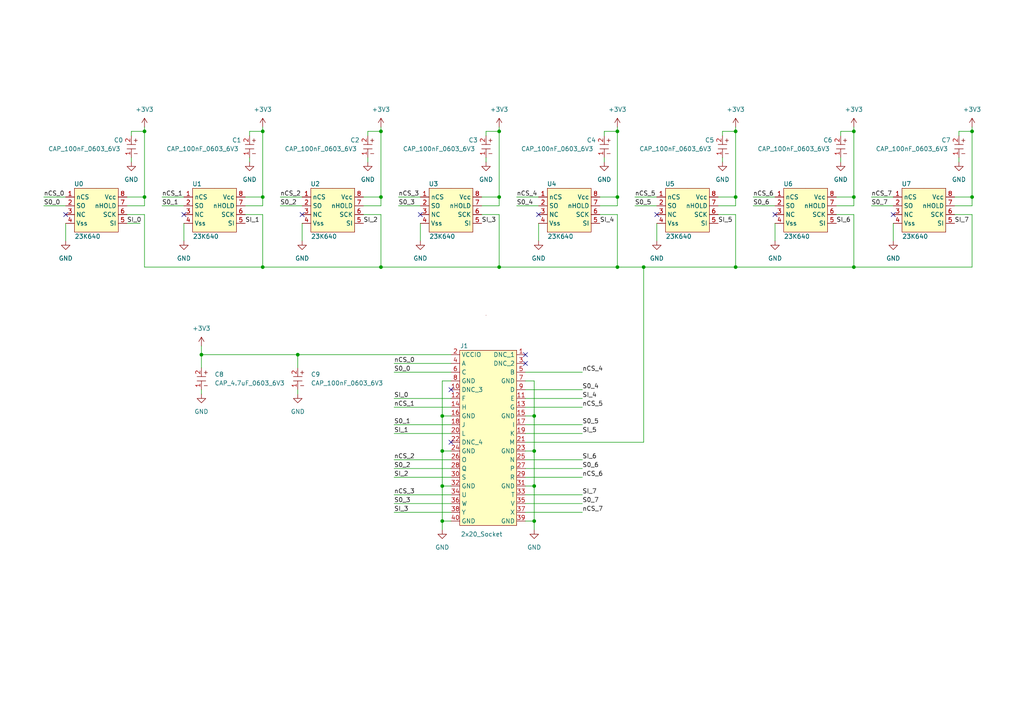
<source format=kicad_sch>
(kicad_sch (version 20211123) (generator eeschema)
  (paper "A4")
  (lib_symbols
    (symbol "23K640:23K640"
      (property "Reference" "U" (at 3.81 3.81 0))
      (property "Value" "23K640" (at 6.35 -11.43 0))
      (symbol "23K640_0_1"
        (rectangle (start 2.54 -10.16) (end 15.24 2.54) (fill (type background)))
        (rectangle (start 8.89 2.54) (end 8.89 2.54))
      )
      (symbol "23K640_1_1"
        (pin input line (at 0 0 0) (length 2.54) (name "nCS") (number "1"))
        (pin output line (at 0 -2.54 0) (length 2.54) (name "SO") (number "2"))
        (pin free line (at 0 -5.08 0) (length 2.54) (name "NC") (number "3"))
        (pin power_in line (at 0 -7.62 0) (length 2.54) (name "Vss") (number "4"))
        (pin input line (at 17.78 -7.62 180) (length 2.54) (name "SI") (number "5"))
        (pin input line (at 17.78 -5.08 180) (length 2.54) (name "SCK") (number "6"))
        (pin input line (at 17.78 -2.54 180) (length 2.54) (name "nHOLD") (number "7"))
        (pin power_in line (at 17.78 0 180) (length 2.54) (name "Vcc") (number "8"))
      )
    )
    (symbol "23K640:2x20_Socket"
      (property "Reference" "J" (at -15.24 2.54 0))
      (property "Value" "2x20_Socket" (at -10.16 -50.8 0))
      (symbol "2x20_Socket_0_1"
        (rectangle (start -19.05 1.27) (end -2.54 -49.53) (fill (type background)))
        (rectangle (start -11.43 11.43) (end -11.43 11.43))
      )
      (symbol "2x20_Socket_1_1"
        (pin free line (at 0 0 180) (length 2.54) (name "DNC_1") (number "1"))
        (pin free line (at -21.59 -10.16 0) (length 2.54) (name "DNC_3") (number "10"))
        (pin bidirectional line (at 0 -12.7 180) (length 2.54) (name "E") (number "11"))
        (pin bidirectional line (at -21.59 -12.7 0) (length 2.54) (name "F") (number "12"))
        (pin bidirectional line (at 0 -15.24 180) (length 2.54) (name "G") (number "13"))
        (pin bidirectional line (at -21.59 -15.24 0) (length 2.54) (name "H") (number "14"))
        (pin power_in line (at 0 -17.78 180) (length 2.54) (name "GND") (number "15"))
        (pin power_in line (at -21.59 -17.78 0) (length 2.54) (name "GND") (number "16"))
        (pin bidirectional line (at 0 -20.32 180) (length 2.54) (name "I") (number "17"))
        (pin bidirectional line (at -21.59 -20.32 0) (length 2.54) (name "J") (number "18"))
        (pin bidirectional line (at 0 -22.86 180) (length 2.54) (name "K") (number "19"))
        (pin bidirectional line (at -21.59 0 0) (length 2.54) (name "VCCIO") (number "2"))
        (pin bidirectional line (at -21.59 -22.86 0) (length 2.54) (name "L") (number "20"))
        (pin bidirectional line (at 0 -25.4 180) (length 2.54) (name "M") (number "21"))
        (pin free line (at -21.59 -25.4 0) (length 2.54) (name "DNC_4") (number "22"))
        (pin power_in line (at 0 -27.94 180) (length 2.54) (name "GND") (number "23"))
        (pin power_in line (at -21.59 -27.94 0) (length 2.54) (name "GND") (number "24"))
        (pin bidirectional line (at 0 -30.48 180) (length 2.54) (name "N") (number "25"))
        (pin bidirectional line (at -21.59 -30.48 0) (length 2.54) (name "O") (number "26"))
        (pin bidirectional line (at 0 -33.02 180) (length 2.54) (name "P") (number "27"))
        (pin bidirectional line (at -21.59 -33.02 0) (length 2.54) (name "Q") (number "28"))
        (pin bidirectional line (at 0 -35.56 180) (length 2.54) (name "R") (number "29"))
        (pin free line (at 0 -2.54 180) (length 2.54) (name "DNC_2") (number "3"))
        (pin bidirectional line (at -21.59 -35.56 0) (length 2.54) (name "S") (number "30"))
        (pin power_in line (at 0 -38.1 180) (length 2.54) (name "GND") (number "31"))
        (pin power_in line (at -21.59 -38.1 0) (length 2.54) (name "GND") (number "32"))
        (pin bidirectional line (at 0 -40.64 180) (length 2.54) (name "T") (number "33"))
        (pin bidirectional line (at -21.59 -40.64 0) (length 2.54) (name "U") (number "34"))
        (pin bidirectional line (at 0 -43.18 180) (length 2.54) (name "V") (number "35"))
        (pin bidirectional line (at -21.59 -43.18 0) (length 2.54) (name "W") (number "36"))
        (pin bidirectional line (at 0 -45.72 180) (length 2.54) (name "X") (number "37"))
        (pin bidirectional line (at -21.59 -45.72 0) (length 2.54) (name "Y") (number "38"))
        (pin power_in line (at 0 -48.26 180) (length 2.54) (name "GND") (number "39"))
        (pin bidirectional line (at -21.59 -2.54 0) (length 2.54) (name "A") (number "4"))
        (pin power_in line (at -21.59 -48.26 0) (length 2.54) (name "GND") (number "40"))
        (pin bidirectional line (at 0 -5.08 180) (length 2.54) (name "B") (number "5"))
        (pin bidirectional line (at -21.59 -5.08 0) (length 2.54) (name "C") (number "6"))
        (pin power_in line (at 0 -7.62 180) (length 2.54) (name "GND") (number "7"))
        (pin power_in line (at -21.59 -7.62 0) (length 2.54) (name "GND") (number "8"))
        (pin bidirectional line (at 0 -10.16 180) (length 2.54) (name "D") (number "9"))
      )
    )
    (symbol "23K640:CAP_100nF_0603_6V3"
      (property "Reference" "C" (at 3.81 3.81 0))
      (property "Value" "CAP_100nF_0603_6V3" (at 13.97 -1.27 0))
      (symbol "CAP_100nF_0603_6V3_0_0"
        (text "+" (at 1.27 2.54 0) (effects (font (size 1.27 1.27))))
        (text "-" (at 1.27 -1.27 0) (effects (font (size 1.27 1.27))))
      )
      (symbol "CAP_100nF_0603_6V3_0_1"
        (rectangle (start -1.27 0) (end 1.27 0))
        (rectangle (start -1.27 1.27) (end 1.27 1.27))
      )
      (symbol "CAP_100nF_0603_6V3_1_1"
        (pin power_in line (at 0 -2.54 90) (length 2.54) (name "") (number "1"))
        (pin power_in line (at 0 3.81 270) (length 2.54) (name "") (number "2"))
      )
    )
    (symbol "23K640:CAP_4.7uF_0603_6V3"
      (property "Reference" "C" (at 3.81 3.81 0))
      (property "Value" "CAP_4.7uF_0603_6V3" (at 12.7 -1.27 0))
      (symbol "CAP_4.7uF_0603_6V3_0_0"
        (rectangle (start -1.27 0) (end 1.27 0))
        (rectangle (start -1.27 1.27) (end 1.27 1.27))
        (text "+" (at 1.27 2.54 0) (effects (font (size 1.27 1.27))))
        (text "-" (at 1.27 -1.27 0) (effects (font (size 1.27 1.27))))
      )
      (symbol "CAP_4.7uF_0603_6V3_1_1"
        (pin power_in line (at 0 -2.54 90) (length 2.54) (name "") (number "1"))
        (pin power_in line (at 0 3.81 270) (length 2.54) (name "") (number "2"))
      )
    )
    (symbol "power:+3V3" (power) (pin_names (offset 0))
      (property "Value" "+3V3" (at 0 3.556 0))
      (symbol "+3V3_0_1"
        (polyline (pts (xy -0.762 1.27) (xy 0 2.54)))
        (polyline (pts (xy 0 0) (xy 0 2.54)))
        (polyline (pts (xy 0 2.54) (xy 0.762 1.27)))
      )
      (symbol "+3V3_1_1"
        (pin power_in line (at 0 0 90) (length 0) hide (name "+3V3") (number "1"))
      )
    )
    (symbol "power:GND" (power) (pin_names (offset 0))
      (property "Value" "GND" (at 0 -3.81 0))
      (symbol "GND_0_1"
        (polyline (pts (xy 0 0) (xy 0 -1.27) (xy 1.27 -1.27) (xy 0 -2.54) (xy -1.27 -1.27) (xy 0 -1.27)))
      )
      (symbol "GND_1_1"
        (pin power_in line (at 0 0 270) (length 0) hide (name "GND") (number "1"))
      )
    )
  )
  (junction (at 144.78 38.1))
  (junction (at 76.2 77.47))
  (junction (at 186.69 77.47))
  (junction (at 213.36 38.1))
  (junction (at 110.49 57.15))
  (junction (at 86.36 102.87))
  (junction (at 144.78 57.15))
  (junction (at 154.94 130.81))
  (junction (at 213.36 57.15))
  (junction (at 128.27 151.13))
  (junction (at 213.36 77.47))
  (junction (at 179.07 57.15))
  (junction (at 247.65 57.15))
  (junction (at 179.07 38.1))
  (junction (at 144.78 77.47))
  (junction (at 179.07 77.47))
  (junction (at 154.94 140.97))
  (junction (at 128.27 140.97))
  (junction (at 76.2 38.1))
  (junction (at 281.94 57.15))
  (junction (at 41.91 57.15))
  (junction (at 58.42 102.87))
  (junction (at 247.65 77.47))
  (junction (at 41.91 38.1))
  (junction (at 128.27 130.81))
  (junction (at 128.27 120.65))
  (junction (at 281.94 38.1))
  (junction (at 76.2 57.15))
  (junction (at 247.65 38.1))
  (junction (at 154.94 120.65))
  (junction (at 110.49 38.1))
  (junction (at 154.94 151.13))
  (junction (at 110.49 77.47))
  (no_connect (at 19.05 62.23))
  (no_connect (at 53.34 62.23))
  (no_connect (at 152.4 105.41))
  (no_connect (at 224.79 62.23))
  (no_connect (at 130.81 113.03))
  (no_connect (at 190.5 62.23))
  (no_connect (at 121.92 62.23))
  (no_connect (at 156.21 62.23))
  (no_connect (at 130.81 128.27))
  (no_connect (at 152.4 102.87))
  (no_connect (at 259.08 62.23))
  (no_connect (at 87.63 62.23))
  (wire (pts (xy 252.73 59.69) (xy 259.08 59.69)))
  (wire (pts (xy 105.41 59.69) (xy 110.49 59.69)))
  (wire (pts (xy 105.41 62.23) (xy 110.49 62.23)))
  (wire (pts (xy 114.3 148.59) (xy 130.81 148.59)))
  (wire (pts (xy 106.68 45.72) (xy 106.68 46.99)))
  (wire (pts (xy 154.94 130.81) (xy 154.94 140.97)))
  (wire (pts (xy 106.68 38.1) (xy 110.49 38.1)))
  (wire (pts (xy 156.21 64.77) (xy 156.21 69.85)))
  (wire (pts (xy 106.68 39.37) (xy 106.68 38.1)))
  (wire (pts (xy 281.94 62.23) (xy 281.94 77.47)))
  (wire (pts (xy 86.36 102.87) (xy 86.36 106.68)))
  (wire (pts (xy 242.57 62.23) (xy 247.65 62.23)))
  (wire (pts (xy 152.4 143.51) (xy 168.91 143.51)))
  (wire (pts (xy 152.4 125.73) (xy 168.91 125.73)))
  (wire (pts (xy 175.26 38.1) (xy 179.07 38.1)))
  (wire (pts (xy 110.49 77.47) (xy 76.2 77.47)))
  (wire (pts (xy 152.4 146.05) (xy 168.91 146.05)))
  (wire (pts (xy 173.99 62.23) (xy 179.07 62.23)))
  (wire (pts (xy 209.55 39.37) (xy 209.55 38.1)))
  (wire (pts (xy 38.1 39.37) (xy 38.1 38.1)))
  (wire (pts (xy 114.3 123.19) (xy 130.81 123.19)))
  (wire (pts (xy 121.92 57.15) (xy 115.57 57.15)))
  (wire (pts (xy 128.27 140.97) (xy 128.27 151.13)))
  (wire (pts (xy 130.81 110.49) (xy 128.27 110.49)))
  (wire (pts (xy 243.84 39.37) (xy 243.84 38.1)))
  (wire (pts (xy 41.91 62.23) (xy 41.91 77.47)))
  (wire (pts (xy 247.65 77.47) (xy 213.36 77.47)))
  (wire (pts (xy 58.42 100.33) (xy 58.42 102.87)))
  (wire (pts (xy 281.94 38.1) (xy 281.94 36.83)))
  (wire (pts (xy 243.84 38.1) (xy 247.65 38.1)))
  (wire (pts (xy 186.69 128.27) (xy 186.69 77.47)))
  (wire (pts (xy 115.57 59.69) (xy 121.92 59.69)))
  (wire (pts (xy 278.13 45.72) (xy 278.13 46.99)))
  (wire (pts (xy 184.15 59.69) (xy 190.5 59.69)))
  (wire (pts (xy 139.7 59.69) (xy 144.78 59.69)))
  (wire (pts (xy 114.3 118.11) (xy 130.81 118.11)))
  (wire (pts (xy 38.1 38.1) (xy 41.91 38.1)))
  (wire (pts (xy 36.83 59.69) (xy 41.91 59.69)))
  (wire (pts (xy 128.27 110.49) (xy 128.27 120.65)))
  (wire (pts (xy 139.7 62.23) (xy 144.78 62.23)))
  (wire (pts (xy 41.91 38.1) (xy 41.91 36.83)))
  (wire (pts (xy 152.4 148.59) (xy 168.91 148.59)))
  (wire (pts (xy 121.92 64.77) (xy 121.92 69.85)))
  (wire (pts (xy 179.07 59.69) (xy 179.07 57.15)))
  (wire (pts (xy 110.49 57.15) (xy 105.41 57.15)))
  (wire (pts (xy 114.3 115.57) (xy 130.81 115.57)))
  (wire (pts (xy 130.81 140.97) (xy 128.27 140.97)))
  (wire (pts (xy 41.91 59.69) (xy 41.91 57.15)))
  (wire (pts (xy 154.94 120.65) (xy 154.94 130.81)))
  (wire (pts (xy 276.86 62.23) (xy 281.94 62.23)))
  (wire (pts (xy 114.3 146.05) (xy 130.81 146.05)))
  (wire (pts (xy 110.49 62.23) (xy 110.49 77.47)))
  (wire (pts (xy 36.83 62.23) (xy 41.91 62.23)))
  (wire (pts (xy 128.27 130.81) (xy 128.27 140.97)))
  (wire (pts (xy 76.2 59.69) (xy 76.2 57.15)))
  (wire (pts (xy 152.4 107.95) (xy 168.91 107.95)))
  (wire (pts (xy 152.4 120.65) (xy 154.94 120.65)))
  (wire (pts (xy 184.15 57.15) (xy 190.5 57.15)))
  (wire (pts (xy 276.86 57.15) (xy 281.94 57.15)))
  (wire (pts (xy 156.21 57.15) (xy 149.86 57.15)))
  (wire (pts (xy 152.4 115.57) (xy 168.91 115.57)))
  (wire (pts (xy 276.86 59.69) (xy 281.94 59.69)))
  (wire (pts (xy 208.28 62.23) (xy 213.36 62.23)))
  (wire (pts (xy 281.94 59.69) (xy 281.94 57.15)))
  (wire (pts (xy 58.42 113.03) (xy 58.42 114.3)))
  (wire (pts (xy 209.55 38.1) (xy 213.36 38.1)))
  (wire (pts (xy 278.13 38.1) (xy 281.94 38.1)))
  (wire (pts (xy 72.39 38.1) (xy 76.2 38.1)))
  (wire (pts (xy 278.13 39.37) (xy 278.13 38.1)))
  (wire (pts (xy 247.65 59.69) (xy 247.65 57.15)))
  (wire (pts (xy 152.4 138.43) (xy 168.91 138.43)))
  (wire (pts (xy 41.91 57.15) (xy 41.91 38.1)))
  (wire (pts (xy 152.4 151.13) (xy 154.94 151.13)))
  (wire (pts (xy 218.44 57.15) (xy 224.79 57.15)))
  (wire (pts (xy 144.78 59.69) (xy 144.78 57.15)))
  (wire (pts (xy 86.36 102.87) (xy 130.81 102.87)))
  (wire (pts (xy 36.83 57.15) (xy 41.91 57.15)))
  (wire (pts (xy 152.4 128.27) (xy 186.69 128.27)))
  (wire (pts (xy 213.36 59.69) (xy 213.36 57.15)))
  (wire (pts (xy 76.2 57.15) (xy 71.12 57.15)))
  (wire (pts (xy 152.4 133.35) (xy 168.91 133.35)))
  (wire (pts (xy 152.4 118.11) (xy 168.91 118.11)))
  (wire (pts (xy 87.63 64.77) (xy 87.63 69.85)))
  (wire (pts (xy 179.07 77.47) (xy 186.69 77.47)))
  (wire (pts (xy 154.94 151.13) (xy 154.94 153.67)))
  (wire (pts (xy 144.78 77.47) (xy 110.49 77.47)))
  (wire (pts (xy 213.36 62.23) (xy 213.36 77.47)))
  (wire (pts (xy 209.55 45.72) (xy 209.55 46.99)))
  (wire (pts (xy 213.36 38.1) (xy 213.36 36.83)))
  (wire (pts (xy 259.08 64.77) (xy 259.08 69.85)))
  (wire (pts (xy 130.81 120.65) (xy 128.27 120.65)))
  (wire (pts (xy 114.3 143.51) (xy 130.81 143.51)))
  (wire (pts (xy 152.4 140.97) (xy 154.94 140.97)))
  (wire (pts (xy 213.36 57.15) (xy 213.36 38.1)))
  (wire (pts (xy 130.81 130.81) (xy 128.27 130.81)))
  (wire (pts (xy 86.36 113.03) (xy 86.36 114.3)))
  (wire (pts (xy 128.27 151.13) (xy 128.27 153.67)))
  (wire (pts (xy 152.4 130.81) (xy 154.94 130.81)))
  (wire (pts (xy 179.07 36.83) (xy 179.07 38.1)))
  (wire (pts (xy 114.3 105.41) (xy 130.81 105.41)))
  (wire (pts (xy 186.69 77.47) (xy 213.36 77.47)))
  (wire (pts (xy 224.79 64.77) (xy 224.79 69.85)))
  (wire (pts (xy 71.12 59.69) (xy 76.2 59.69)))
  (wire (pts (xy 173.99 59.69) (xy 179.07 59.69)))
  (wire (pts (xy 281.94 57.15) (xy 281.94 38.1)))
  (wire (pts (xy 243.84 45.72) (xy 243.84 46.99)))
  (wire (pts (xy 53.34 57.15) (xy 46.99 57.15)))
  (wire (pts (xy 247.65 38.1) (xy 247.65 36.83)))
  (wire (pts (xy 152.4 113.03) (xy 168.91 113.03)))
  (wire (pts (xy 38.1 45.72) (xy 38.1 46.99)))
  (wire (pts (xy 144.78 57.15) (xy 144.78 38.1)))
  (wire (pts (xy 72.39 39.37) (xy 72.39 38.1)))
  (wire (pts (xy 179.07 62.23) (xy 179.07 77.47)))
  (wire (pts (xy 114.3 107.95) (xy 130.81 107.95)))
  (wire (pts (xy 76.2 62.23) (xy 76.2 77.47)))
  (wire (pts (xy 252.73 57.15) (xy 259.08 57.15)))
  (wire (pts (xy 179.07 77.47) (xy 144.78 77.47)))
  (wire (pts (xy 81.28 59.69) (xy 87.63 59.69)))
  (wire (pts (xy 19.05 64.77) (xy 19.05 69.85)))
  (wire (pts (xy 152.4 135.89) (xy 168.91 135.89)))
  (wire (pts (xy 130.81 151.13) (xy 128.27 151.13)))
  (wire (pts (xy 58.42 102.87) (xy 58.42 106.68)))
  (wire (pts (xy 81.28 57.15) (xy 87.63 57.15)))
  (wire (pts (xy 76.2 38.1) (xy 76.2 57.15)))
  (wire (pts (xy 179.07 57.15) (xy 173.99 57.15)))
  (wire (pts (xy 281.94 77.47) (xy 247.65 77.47)))
  (wire (pts (xy 41.91 77.47) (xy 76.2 77.47)))
  (wire (pts (xy 242.57 57.15) (xy 247.65 57.15)))
  (wire (pts (xy 208.28 59.69) (xy 213.36 59.69)))
  (wire (pts (xy 154.94 140.97) (xy 154.94 151.13)))
  (wire (pts (xy 12.7 59.69) (xy 19.05 59.69)))
  (wire (pts (xy 154.94 110.49) (xy 154.94 120.65)))
  (wire (pts (xy 152.4 110.49) (xy 154.94 110.49)))
  (wire (pts (xy 144.78 62.23) (xy 144.78 77.47)))
  (wire (pts (xy 242.57 59.69) (xy 247.65 59.69)))
  (wire (pts (xy 110.49 36.83) (xy 110.49 38.1)))
  (wire (pts (xy 46.99 59.69) (xy 53.34 59.69)))
  (wire (pts (xy 139.7 57.15) (xy 144.78 57.15)))
  (wire (pts (xy 128.27 120.65) (xy 128.27 130.81)))
  (wire (pts (xy 175.26 45.72) (xy 175.26 46.99)))
  (wire (pts (xy 218.44 59.69) (xy 224.79 59.69)))
  (wire (pts (xy 72.39 45.72) (xy 72.39 46.99)))
  (wire (pts (xy 152.4 123.19) (xy 168.91 123.19)))
  (wire (pts (xy 114.3 133.35) (xy 130.81 133.35)))
  (wire (pts (xy 140.97 38.1) (xy 144.78 38.1)))
  (wire (pts (xy 208.28 57.15) (xy 213.36 57.15)))
  (wire (pts (xy 247.65 62.23) (xy 247.65 77.47)))
  (wire (pts (xy 110.49 59.69) (xy 110.49 57.15)))
  (wire (pts (xy 110.49 38.1) (xy 110.49 57.15)))
  (wire (pts (xy 114.3 125.73) (xy 130.81 125.73)))
  (wire (pts (xy 76.2 62.23) (xy 71.12 62.23)))
  (wire (pts (xy 114.3 138.43) (xy 130.81 138.43)))
  (wire (pts (xy 140.97 45.72) (xy 140.97 46.99)))
  (wire (pts (xy 247.65 57.15) (xy 247.65 38.1)))
  (wire (pts (xy 144.78 38.1) (xy 144.78 36.83)))
  (wire (pts (xy 58.42 102.87) (xy 86.36 102.87)))
  (wire (pts (xy 12.7 57.15) (xy 19.05 57.15)))
  (wire (pts (xy 190.5 64.77) (xy 190.5 69.85)))
  (wire (pts (xy 149.86 59.69) (xy 156.21 59.69)))
  (wire (pts (xy 53.34 64.77) (xy 53.34 69.85)))
  (wire (pts (xy 36.83 64.77) (xy 40.64 64.77)))
  (wire (pts (xy 175.26 39.37) (xy 175.26 38.1)))
  (wire (pts (xy 76.2 36.83) (xy 76.2 38.1)))
  (wire (pts (xy 179.07 38.1) (xy 179.07 57.15)))
  (wire (pts (xy 114.3 135.89) (xy 130.81 135.89)))
  (wire (pts (xy 140.97 39.37) (xy 140.97 38.1)))
  (label "S0_3" (at 115.57 59.69 0))
  (label "nCS_6" (at 218.44 57.15 0))
  (label "SI_1" (at 114.3 125.73 0))
  (label "nCS_6" (at 168.91 138.43 0))
  (label "nCS_7" (at 252.73 57.15 0))
  (label "SI_4" (at 173.99 64.77 0))
  (label "nCS_2" (at 81.28 57.15 0))
  (label "nCS_5" (at 184.15 57.15 0))
  (label "nCS_2" (at 114.3 133.35 0))
  (label "SI_6" (at 242.57 64.77 0))
  (label "SI_7" (at 168.91 143.51 0))
  (label "SI_5" (at 208.28 64.77 0))
  (label "SI_0" (at 36.83 64.77 0))
  (label "SI_4" (at 168.91 115.57 0))
  (label "S0_5" (at 184.15 59.69 0))
  (label "SI_7" (at 276.86 64.77 0))
  (label "S0_1" (at 114.3 123.19 0))
  (label "S0_0" (at 114.3 107.95 0))
  (label "nCS_1" (at 46.99 57.15 0))
  (label "nCS_5" (at 168.91 118.11 0))
  (label "SI_6" (at 168.91 133.35 0))
  (label "S0_6" (at 218.44 59.69 0))
  (label "S0_7" (at 168.91 146.05 0))
  (label "S0_7" (at 252.73 59.69 0))
  (label "nCS_4" (at 168.91 107.95 0))
  (label "S0_2" (at 114.3 135.89 0))
  (label "nCS_0" (at 114.3 105.41 0))
  (label "S0_5" (at 168.91 123.19 0))
  (label "S0_2" (at 81.28 59.69 0))
  (label "S0_4" (at 149.86 59.69 0))
  (label "S0_4" (at 168.91 113.03 0))
  (label "SI_5" (at 168.91 125.73 0))
  (label "nCS_0" (at 12.7 57.15 0))
  (label "SI_0" (at 114.3 115.57 0))
  (label "SI_3" (at 114.3 148.59 0))
  (label "S0_0" (at 12.7 59.69 0))
  (label "S0_6" (at 168.91 135.89 0))
  (label "S0_3" (at 114.3 146.05 0))
  (label "SI_2" (at 114.3 138.43 0))
  (label "nCS_3" (at 115.57 57.15 0))
  (label "SI_3" (at 139.7 64.77 0))
  (label "SI_1" (at 71.12 64.77 0))
  (label "S0_1" (at 46.99 59.69 0))
  (label "nCS_7" (at 168.91 148.59 0))
  (label "nCS_4" (at 149.86 57.15 0))
  (label "nCS_1" (at 114.3 118.11 0))
  (label "SI_2" (at 105.41 64.77 0))
  (label "nCS_3" (at 114.3 143.51 0))
  (symbol (lib_id "power:GND") (at 19.05 69.85 0) (unit 1)
    (property "Reference" "#PWR0112" (effects hide))
    (property "Value" "GND" (at 19.05 74.93 0))
  )
  (symbol (lib_id "power:GND") (at 38.1 46.99 0) (unit 1)
    (property "Reference" "#PWR0110" (effects hide))
    (property "Value" "GND" (at 38.1 52.07 0))
  )
  (symbol (lib_id "23K640:CAP_100nF_0603_6V3") (at 72.39 43.18 0) (unit 1)
    (property "Reference" "C1" (at 67.31 40.64 0) (effects (justify left)))
    (property "Value" "CAP_100nF_0603_6V3" (at 48.26 43.18 0) (effects (justify left)))
    (property "Footprint" "23K640:0603" (effects hide))
  )
  (symbol (lib_id "power:GND") (at 154.94 153.67 0) (unit 1)
    (property "Reference" "#PWR0108" (effects hide))
    (property "Value" "GND" (at 154.94 158.75 0))
  )
  (symbol (lib_id "23K640:CAP_100nF_0603_6V3") (at 209.55 43.18 0) (unit 1)
    (property "Reference" "C5" (at 204.47 40.64 0) (effects (justify left)))
    (property "Value" "CAP_100nF_0603_6V3" (at 185.42 43.18 0) (effects (justify left)))
    (property "Footprint" "23K640:0603" (effects hide))
  )
  (symbol (lib_id "23K640:23K640") (at 190.5 57.15 0) (unit 1)
    (property "Reference" "U5" (at 194.31 53.34 0))
    (property "Value" "23K640" (at 196.85 68.58 0))
    (property "Footprint" "23K640:23K640" (effects hide))
  )
  (symbol (lib_id "power:GND") (at 86.36 114.3 0) (unit 1)
    (property "Reference" "#PWR0116" (effects hide))
    (property "Value" "GND" (at 86.36 119.38 0))
  )
  (symbol (lib_id "power:+3V3") (at 144.78 36.83 0) (unit 1)
    (property "Reference" "#PWR0102" (effects hide))
    (property "Value" "+3V3" (at 144.78 31.75 0))
  )
  (symbol (lib_id "power:GND") (at 121.92 69.85 0) (unit 1)
    (property "Reference" "#PWR0106" (effects hide))
    (property "Value" "GND" (at 121.92 74.93 0))
  )
  (symbol (lib_id "power:GND") (at 243.84 46.99 0) (unit 1)
    (property "Reference" "#PWR0123" (effects hide))
    (property "Value" "GND" (at 243.84 52.07 0))
  )
  (symbol (lib_id "23K640:2x20_Socket") (at 152.4 102.87 0) (unit 1)
    (property "Reference" "J1" (at 134.62 100.33 0))
    (property "Value" "2x20_Socket" (at 139.7 154.94 0))
    (property "Footprint" "23K640:2x20_Header" (effects hide))
  )
  (symbol (lib_id "23K640:23K640") (at 53.34 57.15 0) (unit 1)
    (property "Reference" "U1" (at 57.15 53.34 0))
    (property "Value" "23K640" (at 59.69 68.58 0))
    (property "Footprint" "23K640:23K640" (effects hide))
  )
  (symbol (lib_id "power:GND") (at 58.42 114.3 0) (unit 1)
    (property "Reference" "#PWR0117" (effects hide))
    (property "Value" "GND" (at 58.42 119.38 0))
  )
  (symbol (lib_id "power:+3V3") (at 41.91 36.83 0) (unit 1)
    (property "Reference" "#PWR0111" (effects hide))
    (property "Value" "+3V3" (at 41.91 31.75 0))
  )
  (symbol (lib_id "23K640:CAP_4.7uF_0603_6V3") (at 58.42 110.49 0) (unit 1)
    (property "Reference" "C8" (at 62.23 108.5848 0) (effects (justify left)))
    (property "Value" "CAP_4.7uF_0603_6V3" (at 62.23 111.1248 0) (effects (justify left)))
    (property "Footprint" "23K640:0603" (effects hide))
  )
  (symbol (lib_id "power:+3V3") (at 58.42 100.33 0) (unit 1)
    (property "Reference" "#PWR0115" (effects hide))
    (property "Value" "+3V3" (at 58.42 95.25 0))
  )
  (symbol (lib_id "power:GND") (at 87.63 69.85 0) (unit 1)
    (property "Reference" "#PWR0114" (effects hide))
    (property "Value" "GND" (at 87.63 74.93 0))
  )
  (symbol (lib_id "power:+3V3") (at 247.65 36.83 0) (unit 1)
    (property "Reference" "#PWR0126" (effects hide))
    (property "Value" "+3V3" (at 247.65 31.75 0))
  )
  (symbol (lib_id "23K640:CAP_100nF_0603_6V3") (at 175.26 43.18 0) (unit 1)
    (property "Reference" "C4" (at 170.18 40.64 0) (effects (justify left)))
    (property "Value" "CAP_100nF_0603_6V3" (at 151.13 43.18 0) (effects (justify left)))
    (property "Footprint" "23K640:0603" (effects hide))
  )
  (symbol (lib_id "power:GND") (at 278.13 46.99 0) (unit 1)
    (property "Reference" "#PWR0127" (effects hide))
    (property "Value" "GND" (at 278.13 52.07 0))
  )
  (symbol (lib_id "23K640:23K640") (at 259.08 57.15 0) (unit 1)
    (property "Reference" "U7" (at 262.89 53.34 0))
    (property "Value" "23K640" (at 265.43 68.58 0))
    (property "Footprint" "23K640:23K640" (effects hide))
  )
  (symbol (lib_id "power:GND") (at 224.79 69.85 0) (unit 1)
    (property "Reference" "#PWR0118" (effects hide))
    (property "Value" "GND" (at 224.79 74.93 0))
  )
  (symbol (lib_id "23K640:CAP_100nF_0603_6V3") (at 86.36 110.49 0) (unit 1)
    (property "Reference" "C9" (at 90.17 108.5848 0) (effects (justify left)))
    (property "Value" "CAP_100nF_0603_6V3" (at 90.17 111.1248 0) (effects (justify left)))
    (property "Footprint" "23K640:0603" (effects hide))
  )
  (symbol (lib_id "23K640:23K640") (at 121.92 57.15 0) (unit 1)
    (property "Reference" "U3" (at 125.73 53.34 0))
    (property "Value" "23K640" (at 128.27 68.58 0))
    (property "Footprint" "23K640:23K640" (effects hide))
  )
  (symbol (lib_id "23K640:23K640") (at 224.79 57.15 0) (unit 1)
    (property "Reference" "U6" (at 228.6 53.34 0))
    (property "Value" "23K640" (at 231.14 68.58 0))
    (property "Footprint" "23K640:23K640" (effects hide))
  )
  (symbol (lib_id "23K640:CAP_100nF_0603_6V3") (at 278.13 43.18 0) (unit 1)
    (property "Reference" "C7" (at 273.05 40.64 0) (effects (justify left)))
    (property "Value" "CAP_100nF_0603_6V3" (at 254 43.18 0) (effects (justify left)))
    (property "Footprint" "23K640:0603" (effects hide))
  )
  (symbol (lib_id "power:+3V3") (at 76.2 36.83 0) (unit 1)
    (property "Reference" "#PWR0105" (effects hide))
    (property "Value" "+3V3" (at 76.2 31.75 0))
  )
  (symbol (lib_id "power:GND") (at 259.08 69.85 0) (unit 1)
    (property "Reference" "#PWR0128" (effects hide))
    (property "Value" "GND" (at 259.08 74.93 0))
  )
  (symbol (lib_id "23K640:23K640") (at 19.05 57.15 0) (unit 1)
    (property "Reference" "U0" (at 22.86 53.34 0))
    (property "Value" "23K640" (at 25.4 68.58 0))
    (property "Footprint" "23K640:23K640" (effects hide))
  )
  (symbol (lib_id "power:GND") (at 140.97 46.99 0) (unit 1)
    (property "Reference" "#PWR0103" (effects hide))
    (property "Value" "GND" (at 140.97 52.07 0))
  )
  (symbol (lib_id "power:GND") (at 128.27 153.67 0) (unit 1)
    (property "Reference" "#PWR0107" (effects hide))
    (property "Value" "GND" (at 128.27 158.75 0))
  )
  (symbol (lib_id "power:GND") (at 106.68 46.99 0) (unit 1)
    (property "Reference" "#PWR0101" (effects hide))
    (property "Value" "GND" (at 106.68 52.07 0))
  )
  (symbol (lib_id "power:GND") (at 72.39 46.99 0) (unit 1)
    (property "Reference" "#PWR0113" (effects hide))
    (property "Value" "GND" (at 72.39 52.07 0))
  )
  (symbol (lib_id "power:GND") (at 190.5 69.85 0) (unit 1)
    (property "Reference" "#PWR0122" (effects hide))
    (property "Value" "GND" (at 190.5 74.93 0))
  )
  (symbol (lib_id "23K640:23K640") (at 87.63 57.15 0) (unit 1)
    (property "Reference" "U2" (at 91.44 53.34 0))
    (property "Value" "23K640" (at 93.98 68.58 0))
    (property "Footprint" "23K640:23K640" (effects hide))
  )
  (symbol (lib_id "23K640:23K640") (at 156.21 57.15 0) (unit 1)
    (property "Reference" "U4" (at 160.02 53.34 0))
    (property "Value" "23K640" (at 162.56 68.58 0))
    (property "Footprint" "23K640:23K640" (effects hide))
  )
  (symbol (lib_id "23K640:CAP_100nF_0603_6V3") (at 106.68 43.18 0) (unit 1)
    (property "Reference" "C2" (at 101.6 40.64 0) (effects (justify left)))
    (property "Value" "CAP_100nF_0603_6V3" (at 82.55 43.18 0) (effects (justify left)))
    (property "Footprint" "23K640:0603" (effects hide))
  )
  (symbol (lib_id "23K640:CAP_100nF_0603_6V3") (at 243.84 43.18 0) (unit 1)
    (property "Reference" "C6" (at 238.76 40.64 0) (effects (justify left)))
    (property "Value" "CAP_100nF_0603_6V3" (at 219.71 43.18 0) (effects (justify left)))
    (property "Footprint" "23K640:0603" (effects hide))
  )
  (symbol (lib_id "power:GND") (at 175.26 46.99 0) (unit 1)
    (property "Reference" "#PWR0125" (effects hide))
    (property "Value" "GND" (at 175.26 52.07 0))
  )
  (symbol (lib_id "23K640:CAP_100nF_0603_6V3") (at 140.97 43.18 0) (unit 1)
    (property "Reference" "C3" (at 135.89 40.64 0) (effects (justify left)))
    (property "Value" "CAP_100nF_0603_6V3" (at 116.84 43.18 0) (effects (justify left)))
    (property "Footprint" "23K640:0603" (effects hide))
  )
  (symbol (lib_id "power:GND") (at 53.34 69.85 0) (unit 1)
    (property "Reference" "#PWR0109" (effects hide))
    (property "Value" "GND" (at 53.34 74.93 0))
  )
  (symbol (lib_id "power:+3V3") (at 110.49 36.83 0) (unit 1)
    (property "Reference" "#PWR0104" (effects hide))
    (property "Value" "+3V3" (at 110.49 31.75 0))
  )
  (symbol (lib_id "power:GND") (at 209.55 46.99 0) (unit 1)
    (property "Reference" "#PWR0120" (effects hide))
    (property "Value" "GND" (at 209.55 52.07 0))
  )
  (symbol (lib_id "power:GND") (at 156.21 69.85 0) (unit 1)
    (property "Reference" "#PWR0124" (effects hide))
    (property "Value" "GND" (at 156.21 74.93 0))
  )
  (symbol (lib_id "23K640:CAP_100nF_0603_6V3") (at 38.1 43.18 0) (unit 1)
    (property "Reference" "C0" (at 33.02 40.64 0) (effects (justify left)))
    (property "Value" "CAP_100nF_0603_6V3" (at 13.97 43.18 0) (effects (justify left)))
    (property "Footprint" "23K640:0603" (effects hide))
  )
  (symbol (lib_id "power:+3V3") (at 213.36 36.83 0) (unit 1)
    (property "Reference" "#PWR0121" (effects hide))
    (property "Value" "+3V3" (at 213.36 31.75 0))
  )
  (symbol (lib_id "power:+3V3") (at 179.07 36.83 0) (unit 1)
    (property "Reference" "#PWR0119" (effects hide))
    (property "Value" "+3V3" (at 179.07 31.75 0))
  )
  (symbol (lib_id "power:+3V3") (at 281.94 36.83 0) (unit 1)
    (property "Reference" "#PWR0129" (effects hide))
    (property "Value" "+3V3" (at 281.94 31.75 0))
  )
)
</source>
